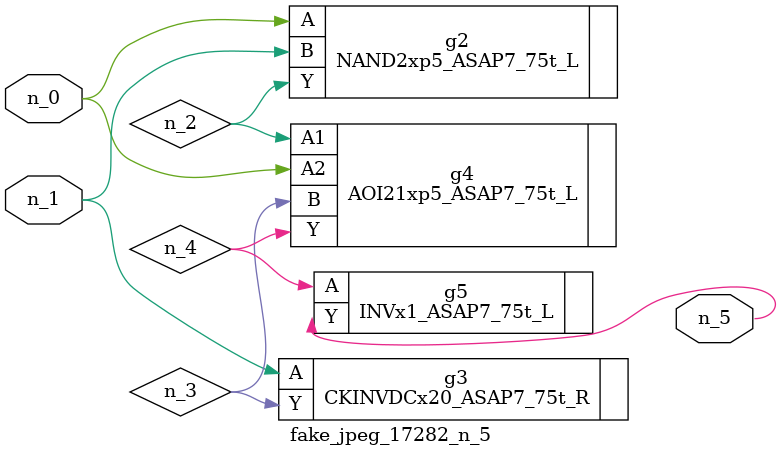
<source format=v>
module fake_jpeg_17282_n_5 (n_0, n_1, n_5);

input n_0;
input n_1;

output n_5;

wire n_3;
wire n_2;
wire n_4;

NAND2xp5_ASAP7_75t_L g2 ( 
.A(n_0),
.B(n_1),
.Y(n_2)
);

CKINVDCx20_ASAP7_75t_R g3 ( 
.A(n_1),
.Y(n_3)
);

AOI21xp5_ASAP7_75t_L g4 ( 
.A1(n_2),
.A2(n_0),
.B(n_3),
.Y(n_4)
);

INVx1_ASAP7_75t_L g5 ( 
.A(n_4),
.Y(n_5)
);


endmodule
</source>
